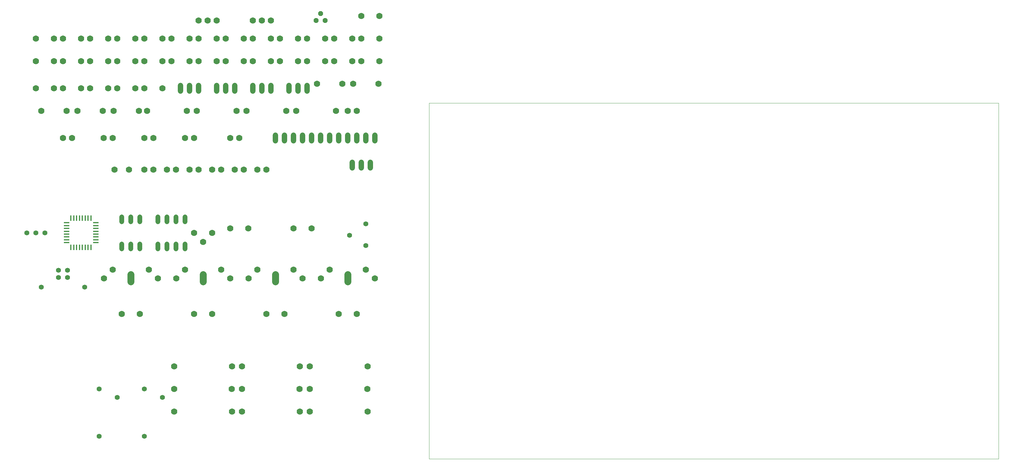
<source format=gtl>
G75*
%MOIN*%
%OFA0B0*%
%FSLAX25Y25*%
%IPPOS*%
%LPD*%
%AMOC8*
5,1,8,0,0,1.08239X$1,22.5*
%
%ADD10C,0.00000*%
%ADD11C,0.07000*%
%ADD12C,0.05543*%
%ADD13C,0.07800*%
%ADD14C,0.06000*%
%ADD15OC8,0.05200*%
%ADD16C,0.05200*%
%ADD17R,0.01575X0.06299*%
%ADD18R,0.06299X0.01575*%
D10*
X0455935Y0001000D02*
X0455935Y0394701D01*
X1085856Y0394701D01*
X1085856Y0001000D01*
X0455935Y0001000D01*
D11*
X0387825Y0053126D03*
X0387628Y0078126D03*
X0387825Y0103126D03*
X0324045Y0103126D03*
X0312825Y0103126D03*
X0312628Y0078126D03*
X0323848Y0078126D03*
X0324045Y0053126D03*
X0312825Y0053126D03*
X0249045Y0053126D03*
X0237825Y0053126D03*
X0237628Y0078126D03*
X0248848Y0078126D03*
X0249045Y0103126D03*
X0237825Y0103126D03*
X0174045Y0103126D03*
X0173848Y0078126D03*
X0174045Y0053126D03*
X0195935Y0161315D03*
X0215935Y0161315D03*
X0275935Y0161315D03*
X0295935Y0161315D03*
X0355935Y0161315D03*
X0375935Y0161315D03*
X0395935Y0200528D03*
X0385935Y0210134D03*
X0345935Y0210134D03*
X0336329Y0200528D03*
X0315935Y0200528D03*
X0305935Y0210134D03*
X0265935Y0210134D03*
X0256329Y0200528D03*
X0235935Y0200528D03*
X0225935Y0210134D03*
X0185935Y0210134D03*
X0176329Y0200528D03*
X0155935Y0200528D03*
X0145935Y0210134D03*
X0105935Y0210134D03*
X0096329Y0200528D03*
X0115935Y0161315D03*
X0135935Y0161315D03*
X0205935Y0241000D03*
X0195935Y0251000D03*
X0215935Y0251000D03*
X0235935Y0256000D03*
X0255935Y0256000D03*
X0305935Y0256000D03*
X0325935Y0256000D03*
X0275935Y0321000D03*
X0265935Y0321000D03*
X0250935Y0321000D03*
X0240935Y0321000D03*
X0225935Y0321000D03*
X0215935Y0321000D03*
X0200935Y0321000D03*
X0190935Y0321000D03*
X0175935Y0321000D03*
X0165935Y0321000D03*
X0150935Y0321000D03*
X0140935Y0321000D03*
X0123935Y0321000D03*
X0107935Y0321000D03*
X0105935Y0356000D03*
X0095935Y0356000D03*
X0060935Y0356000D03*
X0050935Y0356000D03*
X0054935Y0386000D03*
X0066935Y0386000D03*
X0094935Y0386000D03*
X0106935Y0386000D03*
X0134935Y0386000D03*
X0143935Y0386000D03*
X0187935Y0386000D03*
X0198935Y0386000D03*
X0242935Y0386000D03*
X0253935Y0386000D03*
X0297935Y0386000D03*
X0308935Y0386000D03*
X0352935Y0386000D03*
X0365935Y0386000D03*
X0375935Y0386000D03*
X0371935Y0416000D03*
X0359935Y0416000D03*
X0331935Y0416000D03*
X0340935Y0441000D03*
X0350935Y0441000D03*
X0370935Y0441000D03*
X0380935Y0441000D03*
X0400935Y0441000D03*
X0400935Y0466000D03*
X0380935Y0466000D03*
X0370935Y0466000D03*
X0350935Y0466000D03*
X0340935Y0466000D03*
X0320935Y0466000D03*
X0310935Y0466000D03*
X0290935Y0466000D03*
X0280935Y0466000D03*
X0260935Y0466000D03*
X0250935Y0466000D03*
X0230935Y0466000D03*
X0220935Y0466000D03*
X0200935Y0466000D03*
X0190935Y0466000D03*
X0170935Y0466000D03*
X0160935Y0466000D03*
X0140935Y0466000D03*
X0130935Y0466000D03*
X0110935Y0466000D03*
X0100935Y0466000D03*
X0080935Y0466000D03*
X0070935Y0466000D03*
X0050935Y0466000D03*
X0040935Y0466000D03*
X0020935Y0466000D03*
X0020935Y0441000D03*
X0040935Y0441000D03*
X0050935Y0441000D03*
X0070935Y0441000D03*
X0080935Y0441000D03*
X0100935Y0441000D03*
X0110935Y0441000D03*
X0130935Y0441000D03*
X0140935Y0441000D03*
X0160935Y0441000D03*
X0170935Y0441000D03*
X0190935Y0441000D03*
X0200935Y0441000D03*
X0220935Y0441000D03*
X0230935Y0441000D03*
X0250935Y0441000D03*
X0260935Y0441000D03*
X0280935Y0441000D03*
X0290935Y0441000D03*
X0310935Y0441000D03*
X0320935Y0441000D03*
X0399935Y0416000D03*
X0280935Y0486000D03*
X0270935Y0486000D03*
X0260935Y0486000D03*
X0220935Y0486000D03*
X0210935Y0486000D03*
X0200935Y0486000D03*
X0160935Y0411000D03*
X0140935Y0411000D03*
X0130935Y0411000D03*
X0110935Y0411000D03*
X0100935Y0411000D03*
X0080935Y0411000D03*
X0070935Y0411000D03*
X0050935Y0411000D03*
X0040935Y0411000D03*
X0020935Y0411000D03*
X0026935Y0386000D03*
X0140935Y0356000D03*
X0150935Y0356000D03*
X0185935Y0356000D03*
X0195935Y0356000D03*
X0235935Y0356000D03*
X0245935Y0356000D03*
X0380935Y0491000D03*
X0400935Y0491000D03*
D12*
X0090935Y0026000D03*
X0140935Y0026000D03*
X0160935Y0069000D03*
X0140935Y0078400D03*
X0110935Y0069000D03*
X0090935Y0078400D03*
X0074935Y0191000D03*
X0055856Y0201669D03*
X0055856Y0209543D03*
X0046014Y0209543D03*
X0046014Y0201669D03*
X0026935Y0191000D03*
X0030935Y0251000D03*
X0020935Y0251000D03*
X0010935Y0251000D03*
X0367825Y0248236D03*
X0385935Y0237000D03*
X0385935Y0261000D03*
D13*
X0365935Y0204821D02*
X0365935Y0197021D01*
X0285935Y0197021D02*
X0285935Y0204821D01*
X0205935Y0204821D02*
X0205935Y0197021D01*
X0125935Y0197021D02*
X0125935Y0204821D01*
D14*
X0370935Y0323000D02*
X0370935Y0329000D01*
X0380935Y0329000D02*
X0380935Y0323000D01*
X0390935Y0323000D02*
X0390935Y0329000D01*
X0385935Y0353000D02*
X0385935Y0359000D01*
X0375935Y0359000D02*
X0375935Y0353000D01*
X0365935Y0353000D02*
X0365935Y0359000D01*
X0355935Y0359000D02*
X0355935Y0353000D01*
X0345935Y0353000D02*
X0345935Y0359000D01*
X0335935Y0359000D02*
X0335935Y0353000D01*
X0325935Y0353000D02*
X0325935Y0359000D01*
X0315935Y0359000D02*
X0315935Y0353000D01*
X0305935Y0353000D02*
X0305935Y0359000D01*
X0295935Y0359000D02*
X0295935Y0353000D01*
X0285935Y0353000D02*
X0285935Y0359000D01*
X0280935Y0408000D02*
X0280935Y0414000D01*
X0270935Y0414000D02*
X0270935Y0408000D01*
X0260935Y0408000D02*
X0260935Y0414000D01*
X0240935Y0414000D02*
X0240935Y0408000D01*
X0230935Y0408000D02*
X0230935Y0414000D01*
X0220935Y0414000D02*
X0220935Y0408000D01*
X0200935Y0408000D02*
X0200935Y0414000D01*
X0190935Y0414000D02*
X0190935Y0408000D01*
X0180935Y0408000D02*
X0180935Y0414000D01*
X0300935Y0414000D02*
X0300935Y0408000D01*
X0310935Y0408000D02*
X0310935Y0414000D01*
X0320935Y0414000D02*
X0320935Y0408000D01*
X0395935Y0359000D02*
X0395935Y0353000D01*
D15*
X0340935Y0486000D03*
X0330935Y0486000D03*
X0335935Y0493500D03*
D16*
X0185935Y0268600D02*
X0185935Y0263400D01*
X0175935Y0263400D02*
X0175935Y0268600D01*
X0165935Y0268600D02*
X0165935Y0263400D01*
X0155935Y0263400D02*
X0155935Y0268600D01*
X0135935Y0268600D02*
X0135935Y0263400D01*
X0125935Y0263400D02*
X0125935Y0268600D01*
X0115935Y0268600D02*
X0115935Y0263400D01*
X0115935Y0238600D02*
X0115935Y0233400D01*
X0125935Y0233400D02*
X0125935Y0238600D01*
X0135935Y0238600D02*
X0135935Y0233400D01*
X0155935Y0233400D02*
X0155935Y0238600D01*
X0165935Y0238600D02*
X0165935Y0233400D01*
X0175935Y0233400D02*
X0175935Y0238600D01*
X0185935Y0238600D02*
X0185935Y0233400D01*
D17*
X0081762Y0234858D03*
X0078612Y0234858D03*
X0075463Y0234858D03*
X0072313Y0234858D03*
X0069163Y0234858D03*
X0066014Y0234858D03*
X0062864Y0234858D03*
X0059715Y0234858D03*
X0059715Y0267142D03*
X0062864Y0267142D03*
X0066014Y0267142D03*
X0069163Y0267142D03*
X0072313Y0267142D03*
X0075463Y0267142D03*
X0078612Y0267142D03*
X0081762Y0267142D03*
D18*
X0087077Y0262220D03*
X0087077Y0259071D03*
X0087077Y0255921D03*
X0087077Y0252772D03*
X0087077Y0249622D03*
X0087077Y0246472D03*
X0087077Y0243323D03*
X0087077Y0240173D03*
X0054793Y0240173D03*
X0054793Y0243323D03*
X0054793Y0246472D03*
X0054793Y0249622D03*
X0054793Y0252772D03*
X0054793Y0255921D03*
X0054793Y0259071D03*
X0054793Y0262220D03*
M02*

</source>
